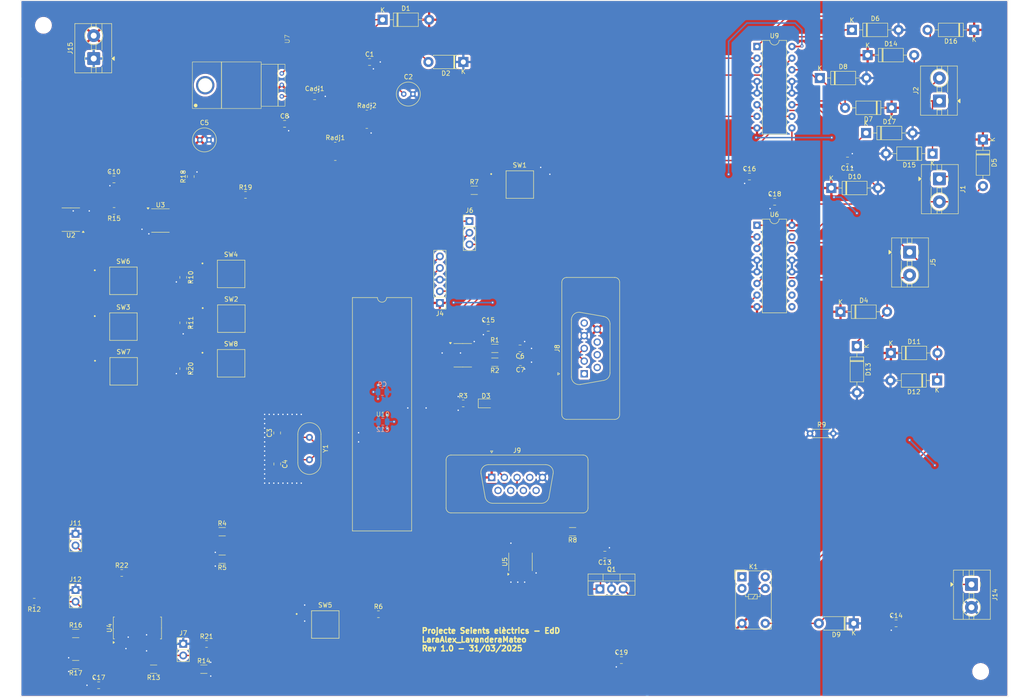
<source format=kicad_pcb>
(kicad_pcb (version 20240108) (generator "pcbnew") (generator_version "8.0")
  (layers (0 "F.Cu" signal) (31 "B.Cu" signal) (34 "B.Paste" user) (35 "F.Paste" user) (36 "B.SilkS" user "B.Silkscreen") (37 "F.SilkS" user "F.Silkscreen") (38 "B.Mask" user) (39 "F.Mask" user) (44 "Edge.Cuts" user))
  (net 0 "")
  (net 1 "GND")
  (net 2 "Net-(D1-K)")
  (net 3 "Net-(U10-OSC1{slash}CLKI{slash}RA7)")
  (net 4 "Net-(U10-OSC2{slash}CLKO{slash}RA6)")
  (net 5 "+5V")
  (net 6 "Net-(C6-Pad2)")
  (net 7 "Net-(C7-Pad2)")
  (net 8 "Net-(U3A-+)")
  (net 9 "VBAT")
  (net 10 "GNDPWR")
  (net 11 "ACTIVACIO_RELE")
  (net 12 "Net-(U7-ADJ{slash}GND)")
  (net 13 "Net-(D3-K)")
  (net 14 "Net-(D13-K)")
  (net 15 "Net-(D17-K)")
  (net 16 "Net-(D16-A)")
  (net 17 "Net-(D15-K)")
  (net 18 "Net-(D14-A)")
  (net 19 "Net-(D9-A2)")
  (net 20 "Net-(D11-A)")
  (net 21 "PGD")
  (net 22 "PGC")
  (net 23 "PROG_MCLR")
  (net 24 "Net-(J6-Pin_3)")
  (net 25 "Net-(J7-Pin_2)")
  (net 31 "Net-(U10-CK{slash}TX{slash}RC6)")
  (net 35 "Net-(U10-DT{slash}RX{slash}RC7)")
  (net 38 "Net-(J11-Pin_2)")
  (net 39 "Net-(J12-Pin_2)")
  (net 40 "Net-(Q1-C)")
  (net 41 "Net-(R4-Pad2)")
  (net 42 "CINT_OUT")
  (net 43 "SDA")
  (net 44 "M1_BOT")
  (net 45 "M3_BOT")
  (net 46 "Net-(R13-Pad2)")
  (net 47 "Net-(U2-V_{OUT})")
  (net 48 "Net-(R16-Pad2)")
  (net 49 "Net-(U3A--)")
  (net 50 "ANALOGIC_OUT")
  (net 51 "M2_BOT")
  (net 57 "OUT_FC2")
  (net 58 "OUT_FC3")
  (net 59 "SCL")
  (net 60 "M3_IN2")
  (net 62 "PWM")
  (net 64 "M3_IN1")
  (net 68 "M2_IN2")
  (net 69 "M1_IN1")
  (net 70 "M1_IN2")
  (net 71 "M2_IN1")
  (net 74 "OUT_FC1")
  (net 81 "Net-(J6-Pin_1)")
  (net 84 "Net-(TJA1051T1-TXD)")
  (net 85 "Net-(TJA1051T1-RXD)")
  (net 87 "Net-(TJA1051T1-CAN-)")
  (net 88 "Net-(TJA1051T1-CAN+)")
  (footprint "Resistor_SMD:R_1206_3216Metric" (layer "F.Cu") (at 73 160.5)
    (property "Reference" "R14")
    (property "Value" "10k")
  )
  (footprint "TerminalBlock:TerminalBlock_MaiXu_MX126-5.0-02P_1x02_P5.00mm" (layer "F.Cu") (at 240.5 142 -90)
    (property "Reference" "J14")
    (property "Value" "Screw_Terminal_01x02")
  )
  (footprint "Capacitor_THT:C_Radial_D5.0mm_H5.0mm_P2.00mm" (layer "F.Cu") (at 72.12 45)
    (property "Reference" "C5")
    (property "Value" "1uF")
  )
  (footprint "Connector_Dsub:DSUB-9_Male_Vertical_P2.77x2.84mm" (layer "F.Cu") (at 156 96.04 90)
    (property "Reference" "J8")
    (property "Value" "DE9_Plug")
  )
  (footprint "Capacitor_SMD:C_0805_2012Metric" (layer "F.Cu") (at 142.05 93.5 180)
    (property "Reference" "C7")
    (property "Value" "47n")
  )
  (footprint "Mis_huellas:SW_2-1437565-7" (layer "F.Cu") (at 99.5 150.75)
    (property "Reference" "SW5")
    (property "Value" "SW_Push")
  )
  (footprint "Diode_THT:D_DO-41_SOD81_P7.62mm_Horizontal" (layer "F.Cu") (at 129.62 28 180)
    (property "Reference" "D2")
    (property "Value" "D_TVS")
  )
  (footprint "Capacitor_SMD:C_0805_2012Metric" (layer "F.Cu") (at 213.45 49.5 180)
    (property "Reference" "C11")
    (property "Value" "47n")
  )
  (footprint "Package_DIP:DIP-16_W7.62mm" (layer "F.Cu") (at 193.7 63.625)
    (property "Reference" "U6")
    (property "Value" "L293D")
  )
  (footprint "Connector_PinHeader_2.54mm:PinHeader_1x02_P2.54mm_Vertical" (layer "F.Cu") (at 45 130.96)
    (property "Reference" "J11")
    (property "Value" "Conn_01x02")
  )
  (footprint "Diode_THT:D_DO-41_SOD81_P10.16mm_Horizontal" (layer "F.Cu") (at 233 97.5 180)
    (property "Reference" "D12")
    (property "Value" "1N5819")
  )
  (footprint "Resistor_SMD:R_1206_3216Metric" (layer "F.Cu") (at 153.4625 130.5 180)
    (property "Reference" "R8")
    (property "Value" "2k")
  )
  (footprint "Resistor_SMD:R_0805_2012Metric" (layer "F.Cu") (at 70.14 53 90)
    (property "Reference" "R18")
    (property "Value" "1k")
  )
  (footprint "Connector_PinHeader_2.54mm:PinHeader_1x02_P2.54mm_Vertical" (layer "F.Cu") (at 45 143.225)
    (property "Reference" "J12")
    (property "Value" "Conn_01x02")
  )
  (footprint "Diode_THT:D_DO-41_SOD81_P10.16mm_Horizontal" (layer "F.Cu") (at 112 18.78)
    (property "Reference" "D1")
    (property "Value" "1N4002")
  )
  (footprint "Capacitor_SMD:C_0805_2012Metric" (layer "F.Cu") (at 224.05 150.5)
    (property "Reference" "C14")
    (property "Value" "33n")
  )
  (footprint "Capacitor_SMD:C_0805_2012Metric" (layer "F.Cu") (at 109.17 28)
    (property "Reference" "C1")
    (property "Value" "100nF")
  )
  (footprint "Resistor_SMD:R_1206_3216Metric" (layer "F.Cu") (at 77 136.5 180)
    (property "Reference" "R5")
    (property "Value" "10k")
  )
  (footprint "Package_DIP:DIP-16_W7.62mm" (layer "F.Cu") (at 193.7 24.625)
    (property "Reference" "U9")
    (property "Value" "L293D")
  )
  (footprint "Resistor_SMD:R_1206_3216Metric" (layer "F.Cu") (at 45.0375 152.71)
    (property "Reference" "R16")
    (property "Value" "10k")
  )
  (footprint "Diode_THT:D_DO-41_SOD81_P10.16mm_Horizontal" (layer "F.Cu") (at 217.84 26.5)
    (property "Reference" "D14")
    (property "Value" "1N5819")
  )
  (footprint "Resistor_SMD:R_0805_2012Metric" (layer "F.Cu") (at 53.4125 60.5 180)
    (property "Reference" "R15")
    (property "Value" "10k")
  )
  (footprint "Resistor_SMD:R_1206_3216Metric" (layer "F.Cu") (at 136.5 90.5)
    (property "Reference" "R1")
    (property "Value" "120")
  )
  (footprint "Resistor_SMD:R_0815_2038Metric" (layer "F.Cu") (at 108.5575 40.5)
    (property "Reference" "Radj2")
    (property "Value" "270")
  )
  (footprint "Mis_huellas:SW_2-1437565-7" (layer "F.Cu") (at 55.45 85.75)
    (property "Reference" "SW3")
    (property "Value" "SW_Push")
  )
  (footprint "Resistor_SMD:R_0805_2012Metric" (layer "F.Cu") (at 111.0875 148.5)
    (property "Reference" "R6")
    (property "Value" "10k")
  )
  (footprint "Mis_huellas:DIP-40_W15.24mm_SMD" (layer "F.Cu") (at 112.06 105.365)
    (property "Reference" "U10")
    (property "Value" "PIC18F4580-IP")
  )
  (footprint "Diode_THT:D_DO-41_SOD81_P7.62mm_Horizontal" (layer "F.Cu") (at 214.81 150.5 180)
    (property "Reference" "D9")
    (property "Value" "D_TVS")
  )
  (footprint "Diode_THT:D_DO-41_SOD81_P10.16mm_Horizontal" (layer "F.Cu") (at 232 48 180)
    (property "Reference" "D15")
    (property "Value" "1N5819")
  )
  (footprint "Connector_PinHeader_2.54mm:PinHeader_1x02_P2.54mm_Vertical" (layer "F.Cu") (at 68.5 154.96)
    (property "Reference" "J7")
    (property "Value" "Conn_01x02")
  )
  (footprint "Capacitor_SMD:C_0805_2012Metric" (layer "F.Cu") (at 50.05 164)
    (property "Reference" "C17")
    (property "Value" "100n")
  )
  (footprint "Capacitor_SMD:C_0805_2012Metric" (layer "F.Cu") (at 89 108.95 90)
    (property "Reference" "C3")
    (property "Value" "35pF")
  )
  (footprint "Capacitor_SMD:C_0805_2012Metric" (layer "F.Cu") (at 90.62 41.5)
    (property "Reference" "C8")
    (property "Value" "100nF")
  )
  (footprint "Diode_THT:D_DO-41_SOD81_P10.16mm_Horizontal" (layer "F.Cu") (at 215.5 90 -90)
    (property "Reference" "D13")
    (property "Value" "1N5819")
  )
  (footprint "Resistor_SMD:R_0805_2012Metric" (layer "F.Cu") (at 35.9845 145.769948 180)
    (property "Reference" "R12")
    (property "Value" "10k")
  )
  (footprint "Mis_huellas:SW_2-1437565-7" (layer "F.Cu") (at 79 84)
    (property "Reference" "SW2")
    (property "Value" "SW_Push")
  )
  (footprint "Resistor_SMD:R_0805_2012Metric" (layer "F.Cu") (at 68.5 75 -90)
    (property "Reference" "R10")
    (property "Value" "10k")
  )
  (footprint "TerminalBlock:TerminalBlock_MaiXu_MX126-5.0-02P_1x02_P5.00mm" (layer "F.Cu") (at 233.5 36.5 90)
    (property "Reference" "J2")
    (property "Value" "Screw_Terminal_01x02")
  )
  (footprint "Capacitor_SMD:C_0805_2012Metric" (layer "F.Cu") (at 164.1075 158.52)
    (property "Reference" "C19")
    (property "Value" "100n")
  )
  (footprint "Resistor_SMD:R_0805_2012Metric" (layer "F.Cu") (at 73.5875 155)
    (property "Reference" "R21")
    (property "Value" "10k")
  )
  (footprint "Resistor_SMD:R_1206_3216Metric" (layer "F.Cu") (at 62.0375 160.5 180)
    (property "Reference" "R13")
    (property "Value" "10k")
  )
  (footprint "Capacitor_SMD:C_0805_2012Metric" (layer "F.Cu") (at 192.05 53)
    (property "Reference" "C16")
    (property "Value" "100n")
  )
  (footprint "Capacitor_SMD:C_0805_2012Metric" (layer "F.Cu") (at 97.17 35.5)
    (property "Reference" "Cadj1")
    (property "Value" "10uF")
  )
  (footprint "Diode_THT:D_DO-41_SOD81_P10.16mm_Horizontal" (layer "F.Cu") (at 241.08 21 180)
    (property "Reference" "D16")
    (property "Value" "1N5819")
  )
  (footprint "Resistor_SMD:R_0805_2012Metric" (layer "F.Cu") (at 129.5875 102.5)
    (property "Reference" "R3")
    (property "Value" "150")
  )
  (footprint "TerminalBlock:TerminalBlock_MaiXu_MX126-5.0-02P_1x02_P5.00mm" (layer "F.Cu") (at 48.9675 27.25 90)
    (property "Reference" "J15")
    (property "Value" "Screw_Terminal_01x02")
  )
  (footprint "Mis_huellas:SW_2-1437565-7" (layer "F.Cu") (at 55.5 95.5)
    (property "Reference" "SW7")
    (property "Value" "SW_Push")
  )
  (footprint "Package_SO:SOIC-8_3.9x4.9mm_P1.27mm" (layer "F.Cu") (at 129.5 92)
    (property "Reference" "TJA1051T1" (hide yes))
    (property "Value" "U1")
  )
  (footprint "Capacitor_SMD:C_0805_2012Metric" (layer "F.Cu") (at 160.5 135.5 180)
    (property "Reference" "C13")
    (property "Value" "47n")
  )
  (footprint "Diode_THT:D_DO-41_SOD81_P10.16mm_Horizontal" (layer "F.Cu") (at 243 44.92 -90)
    (property "Reference" "D5")
    (property "Value" "1N5819")
  )
  (footprint "Capacitor_SMD:C_0805_2012Metric" (layer "F.Cu") (at 53.383562 53.624569)
    (property "Reference" "C10")
    (property "Value" "100n")
  )
  (footprint "Capacitor_SMD:C_0805_2012Metric" (layer "F.Cu") (at 142 90.5 180)
    (property "Reference" "C6")
    (property "Value" "47n")
  )
  (footprint "Mis_huellas:SW_2-1437565-7" (layer "F.Cu") (at 55.45 75.75)
    (property "Reference" "SW6")
    (property "Value" "SW_Push")
  )
  (footprint "Connector_Dsub:DSUB-9_Male_Vertical_P2.77x2.84mm" (layer "F.Cu") (at 135.805 118.66)
    (property "Reference" "J9")
    (property "Value" "DE9_Plug")
  )
  (footprint "Resistor_SMD:R_1206_3216Metric" (layer "F.Cu") (at 132 56)
    (property "Reference" "R7")
    (property "Value" "300")
  )
  (footprint "Package_SO:SOIC-8_3.9x4.9mm_P1.27mm" (layer "F.Cu") (at 63.525 62.595)
    (property "Reference" "U3")
    (property "Value" "LT6234")
  )
  (footprint "Connector_PinHeader_2.54mm:PinHeader_1x05_P2.54mm_Vertical" (layer "F.Cu") (at 124.5 80.575 180)
    (property "Reference" "J4")
    (property "Value" "Conn_01x05")
  )
  (footprint "MountingHole:MountingHole_3.2mm_M3" (layer "F.Cu") (at 38 20)
    (property "Reference" "REF**")
    (property "Value" "MountingHole_3.2mm_M3")
  )
  (footprint "Capacitor_SMD:C_0805_2012Metric" (layer "F.Cu") (at 135.05 86)
    (property "Reference" "C15")
    (property "Value" "100n")
  )
  (footprint "Package_SO:SO-8_3.9x4.9mm_P1.27mm" (layer "F.Cu") (at 142.095 137.075 90)
    (property "Reference" "U5")
    (property "Value" "24LC512")
  )
  (footprint "Connector_PinHeader_2.54mm:PinHeader_1x03_P2.54mm_Vertical" (layer "F.Cu") (at 130.95 62.725)
    (property "Reference" "J6")
    (property "Value" "Conn_01x03")
  )
  (footprint "Mis_huellas:HuellaDis" (layer "F.Cu") (at 92.21 32.991157 90)
    (property "Reference" "U7")
    (property "Value" "LD1086V-DG")
  )
  (footprint "Diode_THT:D_DO-41_SOD81_P10.16mm_Horizontal" (layer "F.Cu") (at 209.92 55.5)
    (property "Reference" "D10")
    (property "Value" "1N4007")
  )
  (footprint "Diode_THT:D_DO-41_SOD81_P10.16mm_Horizontal" (layer "F.Cu") (at 222.92 91.5)
    (property "Reference" "D11")
    (property "Value" "1N5819")
  )
  (footprint "MountingHole:MountingHole_3.2mm_M3" (layer "F.Cu") (at 242.5 161)
    (property "Reference" "REF**")
    (property "Value" "MountingHole_3.2mm_M3")
  )
  (footprint "Diode_THT:D_DO-41_SOD81_P10.16mm_Horizontal" (layer "F.Cu") (at 223.08 38 180)
    (property "Reference" "D7")
    (property "Value" "1N5819")
  )
  (footprint "Mis_huellas:SW_2-1437565-7" (layer "F.Cu") (at 141.95 54.75)
    (property "Reference" "SW1")
    (property "Value" "SW_Push")
  )
  (footprint "Capacitor_SMD:C_0805_2012Metric" (layer "F.Cu") (at 89.017929 115.728641 -90)
    (property "Reference" "C4")
    (property "Value" "35pF")
  )
  (footprint "Resistor_THT:R_Axial_DIN0204_L3.6mm_D1.6mm_P5.08mm_Horizontal" (layer "F.Cu") (at 205.270335 109.069602)
    (property "Reference" "R9")
    (property "Value" "0")
  )
  (footprint "TerminalBlock:TerminalBlock_MaiXu_MX126-5.0-02P_1x02_P5.00mm" (layer "F.Cu") (at 233.5 53.5 -90)
    (property "Reference" "J1")
    (property "Value" "Screw_Terminal_01x02")
  )
  (footprint "Resistor_SMD:R_0805_2012Metric" (layer "F.Cu") (at 82.0875 57)
    (property "Reference" "R19")
    (property "Value" "9k")
  )
  (footprint "Resistor_SMD:R_0815_2038Metric" (layer "F.Cu") (at 101.6825 47.5)
    (property "Reference" "Radj1")
    (property "Value" "121")
  )
  (footprint "Resistor_SMD:R_1206_3216Metric" (layer "F.Cu") (at 136.5 93.5 180)
    (property "Reference" "R2")
    (property "Value" "120")
  )
  (footprint "Capacitor_SMD:C_0805_2012Metric" (layer "F.Cu") (at 197.55 58.5)
    (property "Reference" "C18")
    (property "Value" "100n")
  )
  (footprint "Capacitor_THT:C_Radial_D5.0mm_H5.0mm_P2.00mm" (layer "F.Cu") (at 116.62 35)
    (property "Reference" "C2")
    (property "Value" "1uF")
  )
  (footprint "Mis_huellas:SW_2-1437565-7" (layer "F.Cu") (at 78.95 74.25)
    (property "Reference" "SW4")
    (property "Value" "SW_Push")
  )
  (footprint "Package_SO:SOIC-16_4.55x10.3mm_P1.27mm" (layer "F.Cu") (at 58.5 151.5 90)
    (property "Reference" "U4")
    (property "Value" "LT1721")
  )
  (footprint "Diode_THT:D_DO-41_SOD81_P10.16mm_Horizontal" (layer "F.Cu") (at 211.92 82.5)
    (property "Reference" "D4")
    (property "Value" "1N5819")
  )
  (footprint "Mis_huellas:SW_2-1437565-7" (layer "F.Cu") (at 78.95 93.75)
    (property "Reference" "SW8")
    (property "Value" "SW_Push")
  )
  (footprint "TerminalBlock:TerminalBlock_MaiXu_MX126-5.0-02P_1x02_P5.00mm" (layer "F.Cu") (at 227 69.5 -90)
    (property "Reference" "J5")
    (property "Value" "Screw_Terminal_01x02")
  )
  (footprint "Package_SO:SOIC-8_3.9x4.9mm_P1.27mm" (layer "F.Cu") (at 43.975 62.405 180)
    (property "Reference" "U2")
    (property "Value" "LM35-D")
  )
  (footprint "Diode_THT:D_DO-41_SOD81_P10.16mm_Horizontal" (layer "F.Cu") (at 207.42 31.5)
    (property "Reference" "D8")
    (property "Value" "1N5819")
  )
  (footprint "Resistor_SMD:R_0805_2012Metric" (layer "F.Cu") (at 68.5 94.9125 -90)
    (property "Reference" "R20")
    (property "Value" "10k")
  )
  (footprint "Relay_THT:Relay_SPDT_Omron_G5V-1" (layer "F.Cu") (at 190.42 140.34)
    (property "Reference" "K1")
    (property "Value" "Relay_SPDT")
  )
  (footprint "Resistor_SMD:R_0805_2012Metric" (layer "F.Cu") (at 68.5 84.9125 -90)
    (property "Reference" "R11")
    (property "Value" "10k")
  )
  (footprint "LED_SMD:LED_0805_2012Metric" (layer "F.Cu") (at 134.5625 102.5)
    (property "Reference" "D3")
    (property "Value" "LED")
  )
  (footprint "Resistor_SMD:R_1206_3216Metric" (layer "F.Cu") (at 45.0375 159.5 180)
    (property "Reference" "R17")
    (property "Value" "10k")
  )
  (footprint "Resistor_SMD:R_0805_2012Metric" (layer "F.Cu") (at 55.0875 139.5)
    (property "Reference" "R22")
    (property "Value" "10k")
  )
  (footprint "Crystal:Crystal_HC49-U_Vertical" (layer "F.Cu") (at 96.034112 109.90673 -90)
    (property "Reference" "Y1")
    (property "Value" "Crystal")
  )
  (footprint "Diode_THT:D_DO-41_SOD81_P10.16mm_Horizontal" (layer "F.Cu") (at 214.42 21)
    (property "Reference" "D6")
    (property "Value" "1N5819")
  )
  (footprint "Diode_THT:D_DO-41_SOD81_P10.16mm_Horizontal" (layer "F.Cu") (at 217.5 43.5)
    (property "Reference" "D17")
    (property "Value" "1N5819")
  )
  (footprint "Resistor_SMD:R_1206_3216Metric" (layer "F.Cu") (at 77 130.5)
    (property "Reference" "R4")
    (property "Value" "10k")
  )
  (footprint "Package_TO_SOT_THT:TO-220-3_Vertical" (layer "F.Cu") (at 159.42 143)
    (property "Reference" "Q1")
    (property "Value" "DTC144E")
  )
  (footprint "Capacitor_SMD:C_0805_2012Metric" (layer "B.Cu") (at 111.95 100 180)
    (property "Reference" "C9")
    (property "Value" "100n")
  )
  (footprint "Capacitor_SMD:C_0805_2012Metric" (layer "B.Cu") (at 112.05 106.5)
    (property "Reference" "C12")
    (property "Value" "100n")
  )
  (gr_rect (start 33 14.5) (end 248.5 166.5) (stroke (width 0.05)) (fill none) (layer "Edge.Cuts"))
  (gr_text_box "Projecte Seients elèctrics - EdD\nLaraAlex_LavanderaMateo\nRev 1.0 - 31/03/2025" (start 119.5 150.5) (end 153.5 162) (layer "F.SilkS") (effects (font (size 1.2 1.2) (thickness 0.3) (bold yes)) (justify left top)) (border yes))
  (segment (start 117.64 103.64) (end 117.5 103.5) (width 0.3) (layer "F.Cu") (net 1))
  (segment (start 70.14 52.0875) (end 71.4125 52.0875) (width 0.3) (layer "F.Cu") (net 1))
  (segment (start 56.595 154.75) (end 56.595 153.595) (width 0.3) (layer "F.Cu") (net 1))
  (segment (start 196.6 58.5) (end 196.6 59.95) (width 0.3) (layer "F.Cu") (net 1))
  (segment (start 75.5375 135.0375) (end 75.5 135) (width 0.3) (layer "F.Cu") (net 1))
  (segment (start 140.19 141.31) (end 140 141.5) (width 0.3) (layer "F.Cu") (net 1))
  (segment (start 104.26 108.72) (end 106.58 108.72) (width 0.3) (layer "F.Cu") (net 1))
  (segment (start 128.675 102.5) (end 128.675 103.825) (width 0.3) (layer "F.Cu") (net 1))
  (segment (start 67.175 95.825) (end 67 96) (width 0.3) (layer "F.Cu") (net 1))
  (segment (start 131.975 90.095) (end 131.975 89.025) (width 0.3) (layer "F.Cu") (net 1))
  (segment (start 109.495 40.5) (end 109.495 37.505) (width 0.3) (layer "F.Cu") (net 1))
  (segment (start 49.1 164) (end 47.5 164) (width 0.3) (layer "F.Cu") (net 1))
  (segment (start 161.45 135.5) (end 161.45 136.95) (width 0.3) (layer "F.Cu") (net 1))
  (segment (start 98.12 35.5) (end 99.5 35.5) (width 0.3) (layer "F.Cu") (net 1))
  (segment (start 134.1 87.4) (end 134 87.5) (width 0.3) (layer "F.Cu") (net 1))
  (segment (start 60.405 154.75) (end 60.405 153.095) (width 0.3) (layer "F.Cu") (net 1))
  (segment (start 94.95 149.95) (end 95 150) (width 0.3) (layer "F.Cu") (net 1))
  (segment (start 146.5 52.5) (end 146.5 51) (width 0.3) (layer "F.Cu") (net 1))
  (segment (start 46.45 60.5) (end 44.5 60.5) (width 0.3) (layer "F.Cu") (net 1))
  (segment (start 91.57 41.5) (end 91.57 42.93) (width 0.3) (layer "F.Cu") (net 1))
  (segment (start 141.46 141.46) (end 141.5 141.5) (width 0.3) (layer "F.Cu") (net 1))
  (segment (start 110.12 28) (end 111.5 28) (width 0.3) (layer "F.Cu") (net 1))
  (segment (start 75.5375 136.5) (end 75.5375 137.9625) (width 0.3) (layer "F.Cu") (net 1))
  (segment (start 126.970432 91.470432) (end 127 91.5) (width 0.3) (layer "F.Cu") (net 1))
  (segment (start 140.19 139.65) (end 140.19 141.31) (width 0.3) (layer "F.Cu") (net 1))
  (segment (start 142.95 90.5) (end 144.5 90.5) (width 0.3) (layer "F.Cu") (net 1))
  (segment (start 70.14 52.0875) (end 68.5875 52.0875) (width 0.3) (layer "F.Cu") (net 1))
  (segment (start 74.4625 161.9625) (end 74.5 162) (width 0.3) (layer "F.Cu") (net 1))
  (segment (start 74.4625 160.5) (end 74.4625 159.0375) (width 0.3) (layer "F.Cu") (net 1))
  (segment (start 91.57 40.07) (end 91.5 40) (width 0.3) (layer "F.Cu") (net 1))
  (segment (start 60.405 156.405) (end 60.5 156.5) (width 0.3) (layer "F.Cu") (net 1))
  (segment (start 110.12 28) (end 110.12 29.38) (width 0.3) (layer "F.Cu") (net 1))
  (segment (start 119.5 103.64) (end 117.64 103.64) (width 0.3) (layer "F.Cu") (net 1))
  (segment (start 163.1575 157.1575) (end 163 157) (width 0.3) (layer "F.Cu") (net 1))
  (segment (start 140.834999 133) (end 140 133) (width 0.3) (layer "F.Cu") (net 1))
  (segment (start 142.73 141.23) (end 143 141.5) (width 0.3) (layer "F.Cu") (net 1))
  (segment (start 69.825 95.825) (end 70 96) (width 0.3) (layer "F.Cu") (net 1))
  (segment (start 109.495 43.495) (end 109.5 43.5) (width 0.3) (layer "F.Cu") (net 1))
  (segment (start 121.36 103.64) (end 121.5 103.5) (width 0.3) (layer "F.Cu") (net 1))
  (segment (start 56 155.345) (end 56 156) (width 0.3) (layer "F.Cu") (net 1))
  (segment (start 52.433562 53.624569) (end 52.433562 52.066438) (width 0.3) (layer "F.Cu") (net 1))
  (segment (start 128.675 102.5) (end 128.675 101.175) (width 0.3) (layer "F.Cu") (net 1))
  (segment (start 91.57 41.5) (end 91.57 40.07) (width 0.3) (layer "F.Cu") (net 1))
  (segment (start 127.025 91.365) (end 128.865 91.365) (width 0.3) (layer "F.Cu") (net 1))
  (segment (start 94.95 146.55) (end 95 146.5) (width 0.3) (layer "F.Cu") (net 1))
  (segment (start 86.36 108) (end 86.26 107.9) (width 0.3) (layer "F.Cu") (net 1))
  (segment (start 196.6 58.5) (end 196.6 57.05) (width 0.3) (layer "F.Cu") (net 1))
  (segment (start 94.95 148.5) (end 94.95 146.55) (width 0.3) (layer "F.Cu") (net 1))
  (segment (start 128.865 91.365) (end 129 91.5) (width 0.3) (layer "F.Cu") (net 1))
  (segment (start 68.5 85.825) (end 70 85.825) (width 0.3) (layer "F.Cu") (net 1))
  (segment (start 43.575 159.5) (end 43.575 158.075) (width 0.3) (layer "F.Cu") (net 1))
  (segment (start 75.5375 137.9625) (end 75.5 138) (width 0.3) (layer "F.Cu") (net 1))
  (segment (start 141.46 139.65) (end 141.46 141.46) (width 0.3) (layer "F.Cu") (net 1))
  (segment (start 161.45 136.95) (end 161.5 137) (width 0.3) (layer "F.Cu") (net 1))
  (segment (start 109.495 40.5) (end 109.495 43.495) (width 0.3) (layer "F.Cu") (net 1))
  (segment (start 110.12 29.38) (end 110 29.5) (width 0.3) (layer "F.Cu") (net 1))
  (segment (start 142.73 139.65) (end 142.73 141.23) (width 0.3) (layer "F.Cu") (net 1))
  (segment (start 142.95 89.05) (end 143 89) (width 0.3) (layer "F.Cu") (net 1))
  (segment (start 126.96 91.46) (end 127 91.5) (width 0.3) (layer "F.Cu") (net 1))
  (segment (start 134.1 86) (end 134.1 84.6) (width 0.3) (layer "F.Cu") (net 1))
  (segment (start 52.433562 54.933562) (end 52.5 55) (width 0.3) (layer "F.Cu") (net 1))
  (segment (start 89.017929 116.678641) (end 86.481359 116.678641) (width 0.3) (layer "F.Cu") (net 1))
  (segment (start 161.45 134.05) (end 161.5 134) (width 0.3) (layer "F.Cu") (net 1))
  (segment (start 98.12 35.5) (end 98.12 34.12) (width 0.3) (layer "F.Cu") (net 1))
  (segment (start 68.5 76) (end 67 76) (width 0.3) (layer "F.Cu") (net 1))
  (segment (start 144 139.65) (end 145.35 139.65) (width 0.3) (layer "F.Cu") (net 1))
  (segment (start 141.46 133.625001) (end 140.834999 133) (width 0.3) (layer "F.Cu") (net 1))
  (segment (start 161.45 135.5) (end 161.45 134.05) (width 0.3) (layer "F.Cu") (net 1))
  (segment (start 56.595 154.75) (end 56 155.345) (width 0.3) (layer "F.Cu") (net 1))
  (segment (start 143 93.5) (end 144.5 93.5) (width 0.3) (layer "F.Cu") (net 1))
  (segment (start 86.481359 116.678641) (end 86.26 116.9) (width 0.3) (layer "F.Cu") (net 1))
  (segment (start 91.57 42.93) (end 91.5 43) (width 0.3) (layer "F.Cu") (net 1))
  (segment (start 128.675 101.175) (end 128.5 101) (width 0.3) (layer "F.Cu") (net 1))
  (segment (start 71.4125 52.0875) (end 71.5 52) (width 0.3) (layer "F.Cu") (net 1))
  (segment (start 68.5 95.825) (end 67.175 95.825) (width 0.3) (layer "F.Cu") (net 1))
  (segment (start 109.495 37.505) (end 109.5 37.5) (width 0.3) (layer "F.Cu") (net 1))
  (segment (start 141.46 134.5) (end 141.46 133.625001) (width 0.3) (layer "F.Cu") (net 1))
  (segment (start 61.05 65.45) (end 61 65.5) (width 0.3) (layer "F.Cu") (net 1))
  (segment (start 145.35 139.65) (end 145.5 139.5) (width 0.3) (layer "F.Cu") (net 1))
  (segment (start 143 93.5) (end 143 95) (width 0.3) (layer "F.Cu") (net 1))
  (segment (start 56.595 153.595) (end 56.5 153.5) (width 0.3) (layer "F.Cu") (net 1))
  (segment (start 196.6 59.95) (end 196.55 60) (width 0.3) (layer "F.Cu") (net 1))
  (segment (start 46.45 60.5) (end 48 60.5) (width 0.3) (layer "F.Cu") (net 1))
  (segment (start 43.575 160.925) (end 43.5 161) (width 0.3) (layer "F.Cu") (net 1))
  (segment (start 131.975 89.025) (end 132 89) (width 0.3) (layer "F.Cu") (net 1))
  (segment (start 61.05 64.5) (end 59.5 64.5) (width 0.3) (layer "F.Cu") (net 1))
  (segment (start 98.12 34.12) (end 98 34) (width 0.3) (layer "F.Cu") (net 1))
  (segment (start 125.135 91.365) (end 125 91.5) (width 0.3) (layer "F.Cu") (net 1))
  (segment (start 163.1575 158.52) (end 163.1575 157.1575) (width 0.3) (layer "F.Cu") (net 1))
  (segment (start 163.1575 158.52) (end 163.1575 159.8425) (width 0.3) (layer "F.Cu") (net 1))
  (segment (start 60.405 153.095) (end 60.5 153) (width 0.3) (layer "F.Cu") (net 1))
  (segment (start 68.5 85.825) (end 68.5 87.325) (width 0.3) (layer "F.Cu") (net 1))
  (segment (start 128.675 103.825) (end 128.5 104) (width 0.3) (layer "F.Cu") (net 1))
  (segment (start 196.6 57.05) (end 196.55 57) (width 0.3) (layer "F.Cu") (net 1))
  (segment (start 43.575 158.075) (end 43.5 158) (width 0.3) (layer "F.Cu") (net 1))
  (segment (start 43.575 159.5) (end 43.575 160.925) (width 0.3) (layer "F.Cu") (net 1))
  (segment (start 106.58 108.72) (end 106.76 108.9) (width 0.3) (layer "F.Cu") (net 1))
  (segment (start 119.5 103.64) (end 121.36 103.64) (width 0.3) (layer "F.Cu") (net 1))
  (segment (start 163.1575 159.8425) (end 163 160) (width 0.3) (layer "F.Cu") (net 1))
  (segment (start 146.5 52.5) (end 148.5 52.5) (width 0.3) (layer "F.Cu") (net 1))
  (segment (start 74.4625 160.5) (end 74.4625 161.9625) (width 0.3) (layer "F.Cu") (net 1))
  (segment (start 127.025 91.365) (end 125.135 91.365) (width 0.3) (layer "F.Cu") (net 1))
  (segment (start 94.95 148.5) (end 94.95 149.95) (width 0.3) (layer "F.Cu") (net 1))
  (segment (start 49.1 162.6) (end 49 162.5) (width 0.3) (layer "F.Cu") (net 1))
  (segment (start 74.4625 159.0375) (end 74.5 159) (width 0.3) (layer "F.Cu") (net 1))
  (segment (start 134.1 86) (end 134.1 87.4) (width 0.3) (layer "F.Cu") (net 1))
  (segment (start 68.5 76) (end 70 76) (width 0.3) (layer "F.Cu") (net 1))
  (segment (start 52.433562 52.066438) (end 52.5 52) (width 0.3) (layer "F.Cu") (net 1))
  (segment (start 89 108) (end 86.36 108) (width 0.3) (layer "F.Cu") (net 1))
  (segment (start 134.1 84.6) (end 134 84.5) (width 0.3) (layer "F.Cu") (net 1))
  (segment (start 61.05 64.5) (end 61.05 65.45) (width 0.3) (layer "F.Cu") (net 1))
  (segment (start 60.405 154.75) (end 60.405 156.405) (width 0.3) (layer "F.Cu") (net 1))
  (segment (start 52.433562 53.624569) (end 52.433562 54.933562) (width 0.3) (layer "F.Cu") (net 1))
  (segment (start 142.95 90.5) (end 142.95 89.05) (width 0.3) (layer "F.Cu") (net 1))
  (segment (start 68.5875 52.0875) (end 68.5 52) (width 0.3) (layer "F.Cu") (net 1))
  (segment (start 49.1 164) (end 49.1 162.6) (width 0.3) (layer "F.Cu") (net 1))
  (segment (start 68.5 95.825) (end 69.825 95.825) (width 0.3) (layer "F.Cu") (net 1))
  (segment (start 75.5375 136.5) (end 75.5375 135.0375) (width 0.3) (layer "F.Cu") (net 1))
  (segment (start 191.1 51.6) (end 191 51.5) (width 0.3) (layer "F.Cu") (net 1))
  (segment (start 191.1 53) (end 191.1 54.4) (width 0.3) (layer "F.Cu") (net 1))
  (segment (start 191.1 54.4) (end 191 54.5) (width 0.3) (layer "F.Cu") (net 1))
  (segment (start 191.1 53) (end 191.1 51.6) (width 0.3) (layer "F.Cu") (net 1))
  (via (at 191 54.5) (size 0.7) (drill 0.3) (layers "F.Cu" "B.Cu") (net 1))
  (via (at 90.26 104.9) (size 0.7) (drill 0.3) (layers "F.Cu" "B.Cu") (net 1))
  (via (at 161.5 134) (size 0.7) (drill 0.3) (layers "F.Cu" "B.Cu") (net 1))
  (via (at 132 89) (size 0.7) (drill 0.3) (layers "F.Cu" "B.Cu") (net 1))
  (via (at 196.55 57) (size 0.7) (drill 0.3) (layers "F.Cu" "B.Cu") (net 1))
  (via (at 56.5 153.5) (size 0.7) (drill 0.3) (layers "F.Cu" "B.Cu") (net 1))
  (via (at 71.5 52) (size 0.7) (drill 0.3) (layers "F.Cu" "B.Cu") (net 1))
  (via (at 86.26 118.9) (size 0.7) (drill 0.3) (layers "F.Cu" "B.Cu") (net 1))
  (via (at 86.26 112.9) (size 0.7) (drill 0.3) (layers "F.Cu" "B.Cu") (net 1))
  (via (at 161.5 137) (size 0.7) (drill 0.3) (layers "F.Cu" "B.Cu") (net 1))
  (via (at 109.5 43.5) (size 0.7) (drill 0.3) (layers "F.Cu" "B.Cu") (net 1))
  (via (at 56 156) (size 0.7) (drill 0.3) (layers "F.Cu" "B.Cu") (net 1))
  (via (at 163 157) (size 0.7) (drill 0.3) (layers "F.Cu" "B.Cu") (net 1))
  (via (at 67 96) (size 0.7) (drill 0.3) (layers "F.Cu" "B.Cu") (net 1))
  (via (at 98 34) (size 0.7) (drill 0.3) (layers "F.Cu" "B.Cu") (net 1))
  (via (at 86.26 104.9) (size 0.7) (drill 0.3) (layers "F.Cu" "B.Cu") (net 1))
  (via (at 91.26 104.9) (size 0.7) (drill 0.3) (layers "F.Cu" "B.Cu") (net 1))
  (via (at 89.26 119.9) (size 0.7) (drill 0.3) (layers "F.Cu" "B.Cu") (net 1))
  (via (at 106.76 108.9) (size 0.7) (drill 0.3) (layers "F.Cu" "B.Cu") (net 1))
  (via (at 86.26 115.9) (size 0.7) (drill 0.3) (layers "F.Cu" "B.Cu") (net 1))
  (via (at 86.26 117.9) (size 0.7) (drill 0.3) (layers "F.Cu" "B.Cu") (net 1))
  (via (at 143 141.5) (size 0.7) (drill 0.3) (layers "F.Cu" "B.Cu") (net 1))
  (via (at 86.26 105.9) (size 0.7) (drill 0.3) (layers "F.Cu" "B.Cu") (net 1))
  (via (at 87.26 119.9) (size 0.7) (drill 0.3) (layers "F.Cu" "B.Cu") (net 1))
  (via (at 88.26 104.9) (size 0.7) (drill 0.3) (layers "F.Cu" "B.Cu") (net 1))
  (via (at 86.26 107.9) (size 0.7) (drill 0.3) (layers "F.Cu" "B.Cu") (net 1))
  (via (at 86.26 109.9) (size 0.7) (drill 0.3) (layers "F.Cu" "B.Cu") (net 1))
  (via (at 60.5 156.5) (size 0.7) (drill 0.3) (layers "F.Cu" "B.Cu") (net 1))
  (via (at 70 85.825) (size 0.7) (drill 0.3) (layers "F.Cu" "B.Cu") (net 1))
  (via (at 95 150) (size 0.7) (drill 0.3) (layers "F.Cu" "B.Cu") (net 1))
  (via (at 86.26 106.9) (size 0.7) (drill 0.3) (layers "F.Cu" "B.Cu") (net 1))
  (via (at 110 29.5) (size 0.7) (drill 0.3) (layers "F.Cu" "B.Cu") (net 1))
  (via (at 129 91.5) (size 0.7) (drill 0.3) (layers "F.Cu" "B.Cu") (net 1))
  (via (at 125 91.5) (size 0.7) (drill 0.3) (layers "F.Cu" "B.Cu") (net 1))
  (via (at 88.26 119.9) (size 0.7) (drill 0.3) (layers "F.Cu" "B.Cu") (net 1))
  (via (at 93.26 104.9) (size 0.7) (drill 0.3) (layers "F.Cu" "B.Cu") (net 1))
  (via (at 75.5 135) (size 0.7) (drill 0.3) (layers "F.Cu" "B.Cu") (net 1))
  (via (at 44.5 60.5) (size 0.7) (drill 0.3) (layers "F.Cu" "B.Cu") (net 1))
  (via (at 52.5 52) (size 0.7) (drill 0.3) (layers "F.Cu" "B.Cu") (net 1))
  (via (at 89.26 104.9) (size 0.7) (drill 0.3) (layers "F.Cu" "B.Cu") (net 1))
  (via (at 47.5 164) (size 0.7) (drill 0.3) (layers "F.Cu" "B.Cu") (net 1))
  (via (at 99.5 35.5) (size 0.7) (drill 0.3) (layers "F.Cu" "B.Cu") (net 1))
  (via (at 74.5 159) (size 0.7) (drill 0.3) (layers "F.Cu" "B.Cu") (net 1))
  (via (at 68.5 52) (size 0.7) (drill 0.3) (layers "F.Cu" "B.Cu") (net 1))
  (via (at 196.55 60) (size 0.7) (drill 0.3) (layers "F.Cu" "B.Cu") (net 1))
  (via (at 128.5 104) (size 0.7) (drill 0.3) (layers "F.Cu" "B.Cu") (net 1))
  (via (at 90.26 119.9) (size 0.7) (drill 0.3) (layers "F.Cu" "B.Cu") (net 1))
  (via (at 143 89) (size 0.7) (drill 0.3) (layers "F.Cu" "B.Cu") (net 1))
  (via (at 75.5 138) (size 0.7) (drill 0.3) (layers "F.Cu" "B.Cu") (net 1))
  (via (at 128.5 101) (size 0.7) (drill 0.3) (layers "F.Cu" "B.Cu") (net 1))
  (via (at 144.5 90.5) (size 0.7) (drill 0.3) (layers "F.Cu" "B.Cu") (net 1))
  (via (at 146.5 51) (size 0.7) (drill 0.3) (layers "F.Cu" "B.Cu") (net 1))
  (via (at 117.5 103.5) (size 0.7) (drill 0.3) (layers "F.Cu" "B.Cu") (net 1))
  (via (at 48 60.5) (size 0.7) (drill 0.3) (layers "F.Cu" "B.Cu") (net 1))
  (via (at 86.26 114.9) (size 0.7) (drill 0.3) (layers "F.Cu" "B.Cu") (net 1))
  (via (at 94.26 104.9) (size 0.7) (drill 0.3) (layers "F.Cu" "B.Cu") (net 1))
  (via (at 144.5 93.5) (size 0.7) (drill 0.3) (layers "F.Cu" "B.Cu") (net 1))
  (via (at 91.26 119.9) (size 0.7) (drill 0.3) (layers "F.Cu" "B.Cu") (net 1))
  (via (at 148.5 52.5) (size 0.7) (drill 0.3) (layers "F.Cu" "B.Cu") (net 1))
  (via (at 60.5 153) (size 0.7) (drill 0.3) (layers "F.Cu" "B.Cu") (net 1))
  (via (at 86.26 113.9) (size 0.7) (drill 0.3) (layers "F.Cu" "B.Cu") (net 1))
  (via (at 140 133) (size 0.7) (drill 0.3) (layers "F.Cu" "B.Cu") (net 1))
  (via (at 59.5 64.5) (size 0.7) (drill 0.3) (layers "F.Cu" "B.Cu") (net 1))
  (via (at 52.5 55) (size 0.7) (drill 0.3) (layers "F.Cu" "B.Cu") (net 1))
  (via (at 95 146.5) (size 0.7) (drill 0.3) (layers "F.Cu" "B.Cu") (net 1))
  (via (at 70 96) (size 0.7) (drill 0.3) (layers "F.Cu" "B.Cu") (net 1))
  (via (at 74.5 162) (size 0.7) (drill 0.3) (layers "F.Cu" "B.Cu") (net 1))
  (via (at 121.5 103.5) (size 0.7) (drill 0.3) (layers "F.Cu" "B.Cu") (net 1))
  (via (at 86.26 116.9) (size 0.7) (drill 0.3) (layers "F.Cu" "B.Cu") (net 1))
  (via (at 134 84.5) (size 0.7) (drill 0.3) (layers "F.Cu" "B.Cu") (net 1))
  (via (at 68.5 87.325) (size 0.7) (drill 0.3) (layers "F.Cu" "B.Cu") (net 1))
  (via (at 145.5 139.5) (size 0.7) (drill 0.3) (layers "F.Cu" "B.Cu") (net 1))
  (via (at 93.26 119.9) (size 0.7) (drill 0.3) (layers "F.Cu" "B.Cu") (net 1))
  (via (at 94.26 119.9) (size 0.7) (drill 0.3) (layers "F.Cu" "B.Cu") (net 1))
  (via (at 111.5 28) (size 0.7) (drill 0.3) (layers "F.Cu" "B.Cu") (net 1))
  (via (at 87.26 104.9) (size 0.7) (drill 0.3) (layers "F.Cu" "B.Cu") (net 1))
  (via (at 49 162.5) (size 0.7) (drill 0.3) (layers "F.Cu" "B.Cu") (net 1))
  (via (at 43.5 158) (size 0.7) (drill 0.3) (layers "F.Cu" "B.Cu") (net 1))
  (via (at 86.26 111.9) (size 0.7) (drill 0.3) (layers "F.Cu" "B.Cu") (net 1))
  (via (at 141.5 141.5) (size 0.7) (drill 0.3) (layers "F.Cu" "B.Cu") (net 1))
  (via (at 70 76) (size 0.7) (drill 0.3) (layers "F.Cu" "B.Cu") (net 1))
  (via (at 92.26 104.9) (size 0.7) (drill 0.3) (layers "F.Cu" "B.Cu") (net 1))
  (via (at 86.26 119.9) (size 0.7) (drill 0.3) (layers "F.Cu" "B.Cu") (net 1))
  (via (at 43.5 161) (size 0.7) (drill 0.3) (layers "F.Cu" "B.Cu") (net 1))
  (via (at 91.5 43) (size 0.7) (drill 0.3) (layers "F.Cu" "B.Cu") (net 1))
  (via (at 163 160) (size 0.7) (drill 0.3) (layers "F.Cu" "B.Cu") (net 1))
  (via (at 134 87.5) (size 0.7) (drill 0.3) (layers "F.Cu" "B.Cu") (net 1))
  (via (at 109.5 37.5) (size 0.7) (drill 0.3) (layers "F.Cu" "B.Cu") (net 1))
  (via (at 86.26 108.9) (size 0.7) (drill 0.3) (layers "F.Cu" "B.Cu") (net 1))
  (via (at 143 95) (size 0.7) (drill 0.3) (layers "F.Cu" "B.Cu") (net 1))
  (via (at 140 141.5) (size 0.7) (drill 0.3) (layers "F.Cu" "B.Cu") (net 1))
  (via (at 106.76 110.9) (size 0.7) (drill 0.3) (layers "F.Cu" "B.Cu") (net 1))
  (via (at 86.26 110.9) (size 0.7) (drill 0.3) (layers "F.Cu" "B.Cu") (net 1))
  (via (at 61 65.5) (size 0.7) (drill 0.3) (layers "F.Cu" "B.Cu") (net 1))
  (via (at 92.26 119.9) (size 0.7) (drill 0.3) (layers "F.Cu" "B.Cu") (net 1))
  (via (at 67 76) (size 0.7) (drill 0.3) (layers "F.Cu" "B.Cu") (net 1))
  (via (at 91.5 40) (size 0.7) (drill 0.3) (layers "F.Cu" "B.Cu") (net 1))
  (via (at 191 51.5) (size 0.7) (drill 0.3) (layers "F.Cu" "B.Cu") (net 1))
  (segment (start 67 76) (end 67.5 76) (width 0.3) (layer "B.Cu") (net 1))
  (segment (start 108.22 22.56) (end 112 18.78) (width 0.3) (layer "F.Cu") (net 2))
  (segment (start 108.22 25) (end 108.22 22.56) (width 0.3) (layer "F.Cu") (net 2))
  (segment (start 116.62 35) (end 114.12 32.5) (width 0.3) (layer "F.Cu") (net 2))
  (segment (start 114.12 25) (end 108.22 25) (width 0.3) (layer "F.Cu") (net 2))
  (segment (start 112 18.78) (end 102 18.78) (width 0.3) (layer "F.Cu") (net 2))
  (segment (start 90 30.5) (end 101.72 18.78) (width 0.3) (layer "F.Cu") (net 2))
  (segment (start 108.22 28) (end 108.22 25) (width 0.3) (layer "F.Cu") (net 2))
  (segment (start 122 28) (end 119 25) (width 0.3) (layer "F.Cu") (net 2))
  (segment (start 114.12 32.5) (end 114.12 25) (width 0.3) (layer "F.Cu") (net 2))
  (segment (start 101.72 18.78) (end 102 18.78) (width 0.3) (layer "F.Cu") (net 2))
  (segment (start 119 25) (end 114.12 25) (width 0.3) (layer "F.Cu") (net 2))
  (segment (start 96.034112 109.90673) (end 90.26673 109.90673) (width 0.3) (layer "F.Cu") (net 3))
  (segment (start 90.26673 109.90673) (end 90.26 109.9) (width 0.3) (layer "F.Cu") (net 3))
  (segment (start 97.387382 111.26) (end 104.26 111.26) (width 0.3) (layer "F.Cu") (net 3))
  (segment (start 96.034112 109.90673) (end 97.387382 111.26) (width 0.3) (layer "F.Cu") (net 3))
  (segment (start 89 109.9) (end 90.26 109.9) (width 0.3) (layer "F.Cu") (net 3))
  (segment (start 96.034112 114.78673) (end 96.221684 114.78673) (width 0.3) (layer "F.Cu") (net 4))
  (segment (start 96.034112 114.78673) (end 89.026018 114.78673) (width 0.3) (layer "F.Cu") (net 4))
  (segment (start 89.026018 114.78673) (end 89.017929 114.778641) (width 0.3) (layer "F.Cu") (net 4))
  (segment (start 97.208414 113.8) (end 104.26 113.8) (width 0.3) (layer "F.Cu") (net 4))
  (segment (start 96.221684 114.78673) (end 97.208414 113.8) (width 0.3) (layer "F.Cu") (net 4))
  (segment (start 127.425 80.575) (end 127.5 80.5) (width 0.3) (layer "F.Cu") (net 5))
  (segment (start 109.5 96.5) (end 110.5 95.5) (width 0.3) (layer "F.Cu") (net 5))
  (segment (start 112.5 97) (end 113 97) (width 0.3) (layer "F.Cu") (net 5))
  (segment (start 113 105) (end 111.5 103.5) (width 0.3) (layer "F.Cu") (net 5))
  (segment (start 111 101.5) (end 111.7 102.2) (width 0.3) (layer "F.Cu") (net 5))
  (segment (start 117.5 100) (end 118.4 100) (width 0.3) (layer "F.Cu") (net 5))
  (segment (start 113 95.5) (end 113 97) (width 0.3) (layer "F.Cu") (net 5))
  (segment (start 111 98.5) (end 112.5 97) (width 0.3) (layer "F.Cu") (net 5))
  (segment (start 111 110.5) (end 114.5 110.5) (width 0.3) (layer "F.Cu") (net 5))
  (segment (start 112 109) (end 111 109) (width 0.3) (layer "F.Cu") (net 5))
  (segment (start 110 100) (end 109.5 99.5) (width 0.3) (layer "F.Cu") (net 5))
  (segment (start 108.5 109) (end 108.5 103.5) (width 0.3) (layer "F.Cu") (net 5))
  (segment (start 106.94 103.5) (end 107.5 103.5) (width 0.3) (layer "F.Cu") (net 5))
  (segment (start 109.5 99.5) (end 109.5 96.5) (width 0.3) (layer "F.Cu") (net 5))
  (segment (start 110.5 95.5) (end 113 95.5) (width 0.3) (layer "F.Cu") (net 5))
  (segment (start 111.7 102.2) (end 114.3 102.2) (width 0.3) (layer "F.Cu") (net 5))
  (segment (start 111 109) (end 108.5 109) (width 0.3) (layer "F.Cu") (net 5))
  (segment (start 114.5 97) (end 117 99.5) (width 0.3) (layer "F.Cu") (net 5))
  (segment (start 124.5 80.575) (end 127.425 80.575) (width 0.3) (layer "F.Cu") (net 5))
  (segment (start 111.5 103.5) (end 108.5 103.5) (width 0.3) (layer "F.Cu") (net 5))
  (segment (start 108.5 103.5) (end 107.5 103.5) (width 0.3) (layer "F.Cu") (net 5))
  (segment (start 114.3 102.2) (end 117 99.5) (width 0.3) (layer "F.Cu") (net 5))
  (segment (start 111 109) (end 111 110.5) (width 0.3) (layer "F.Cu") (net 5))
  (segment (start 118.4 100) (end 119.5 101.1) (width 0.3) (layer "F.Cu") (net 5))
  (segment (start 114.5 110.5) (end 114.5 106.5) (width 0.3) (layer "F.Cu") (net 5))
  (segment (start 117 99.5) (end 117.5 100) (width 0.3) (layer "F.Cu") (net 5))
  (segment (start 113 108) (end 112 109) (width 0.3) (layer "F.Cu") (net 5))
  (segment (start 201.32 24.625) (end 203.375 24.625) (width 0.3) (layer "F.Cu") (net 5))
  (segment (start 113 97) (end 114.5 97) (width 0.3) (layer "F.Cu") (net 5))
  (segment (start 104.26 106.18) (end 106.94 103.5) (width 0.3) (layer "F.Cu") (net 5))
  (segment (start 203.375 24.625) (end 203.5 24.5) (width 0.3) (layer "F.Cu") (net 5))
  (via (at 114.5 106.5) (size 0.7) (drill 0.3) (layers "F.Cu" "B.Cu") (net 5))
  (via (at 127.5 80.5) (size 0.7) (drill 0.3) (layers "F.Cu" "B.Cu") (net 5))
  (via (at 187.5 52.5) (size 0.7) (drill 0.3) (layers "F.Cu" "B.Cu") (net 5))
  (via (at 111 98.5) (size 0.7) (drill 0.3) (layers "F.Cu" "B.Cu") (net 5))
  (via (at 113 108) (size 0.7) (drill 0.3) (layers "F.Cu" "B.Cu") (net 5))
  (via (at 136 80.5) (size 0.7) (drill 0.3) (layers "F.Cu" "B.Cu") (net 5))
  (via (at 110 100) (size 0.7) (drill 0.3) (layers "F.Cu" "B.Cu") (net 5))
  (via (at 113 105) (size 0.7) (drill 0.3) (layers "F.Cu" "B.Cu") (net 5))
  (via (at 203.5 24.5) (size 0.7) (drill 0.3) (layers "F.Cu" "B.Cu") (net 5))
  (via (at 111 101.5) (size 0.7) (drill 0.3) (layers "F.Cu" "B.Cu") (net 5))
  (segment (start 113 106.5) (end 114.5 106.5) (width 0.3) (layer "B.Cu") (net 5))
  (segment (start 111 100) (end 111 98.5) (width 0.3) (layer "B.Cu") (net 5))
  (segment (start 202 19.5) (end 191.5 19.5) (width 0.3) (layer "B.Cu") (net 5))
  (segment (start 113 106.5) (end 113 108) (width 0.3) (layer "B.Cu") (net 5))
  (segment (start 191.5 19.5) (end 187.5 23.5) (width 0.3) (layer "B.Cu") (net 5))
  (segment (start 111 100) (end 111 101.5) (width 0.3) (layer "B.Cu") (net 5))
  (segment (start 187.5 23.5) (end 187.5 52.5) (width 0.3) (layer "B.Cu") (net 5))
  (segment (start 203.5 21) (end 202 19.5) (width 0.3) (layer "B.Cu") (net 5))
  (segment (start 111 100) (end 110 100) (width 0.3) (layer "B.Cu") (net 5))
  (segment (start 113 106.5) (end 113 105) (width 0.3) (layer "B.Cu") (net 5))
  (segment (start 203.5 24.5) (end 203.5 21) (width 0.3) (layer "B.Cu") (net 5))
  (segment (start 127.5 80.5) (end 136 80.5) (width 0.3) (layer "B.Cu") (net 5))
  (segment (start 156 90.5) (end 154.925 91.575) (width 0.3) (layer "F.Cu") (net 6))
  (segment (start 142.125 91.575) (end 141.05 90.5) (width 0.3) (layer "F.Cu") (net 6))
  (segment (start 154.925 91.575) (end 142.125 91.575) (width 0.3) (layer "F.Cu") (net 6))
  (segment (start 137.9625 90.5) (end 141.05 90.5) (width 0.3) (layer "F.Cu") (net 6))
  (segment (start 142.175 92.425) (end 141.1 93.5) (width 0.3) (layer "F.Cu") (net 7))
  (segment (start 156 93.27) (end 155.155 92.425) (width 0.3) (layer "F.Cu") (net 7))
  (segment (start 155.155 92.425) (end 142.175 92.425) (width 0.3) (layer "F.Cu") (net 7))
  (segment (start 137.9625 93.5) (end 141.1 93.5) (width 0.3) (layer "F.Cu") (net 7))
  (segment (start 54.325 60.5) (end 57.055 63.23) (width 0.3) (layer "F.Cu") (net 8))
  (segment (start 54.333562 53.624569) (end 54.333562 60.491438) (width 0.3) (layer "F.Cu") (net 8))
  (segment (start 57.055 63.23) (end 61.05 63.23) (width 0.3) (layer "F.Cu") (net 8))
  (segment (start 54.333562 60.491438) (end 54.325 60.5) (width 0.3) (layer "F.Cu") (net 8))
  (segment (start 222.92 91.5) (end 220 94.42) (width 0.3) (layer "F.Cu") (net 9))
  (segment (start 220 94.42) (end 220 103.5) (width 0.3) (layer "F.Cu") (net 9))
  (segment (start 193.7 44.3) (end 193.5 44.5) (width 0.3) (layer "F.Cu") (net 9))
  (segment (start 193.7 42.405) (end 193.7 44.3) (width 0.3) (layer "F.Cu") (net 9))
  (segment (start 220 103.5) (end 227 110.5) (width 0.3) (layer "F.Cu") (net 9))
  (segment (start 209.92 55.5) (end 209.92 56.92) (width 0.3) (layer "F.Cu") (net 9))
  (segment (start 220 103.5) (end 213.5 103.5) (width 0.3) (layer "F.Cu") (net 9))
  (segment (start 213.5 103.5) (end 211.92 101.92) (width 0.3) (layer "F.Cu") (net 9))
  (segment (start 209.92 56.92) (end 210.5 57.5) (width 0.3) (layer "F.Cu") (net 9))
  (segment (start 211.92 101.92) (end 211.92 82.5) (width 0.3) (layer "F.Cu") (net 9))
  (via (at 227 110.5) (size 0.7) (drill 0.3) (layers "F.Cu" "B.Cu") (net 9))
  (via (at 193.5 44.5) (size 0.7) (drill 0.3) (layers "F.Cu" "B.Cu") (net 9))
  (via (at 232.5 116) (size 0.7) (drill 0.3) (layers "F.Cu" "B.Cu") (net 9))
  (via (at 215.5 61) (size 0.7) (drill 0.3) (layers "F.Cu" "B.Cu") (net 9))
  (via (at 210 44.5) (size 0.7) (drill 0.3) (layers "F.Cu" "B.Cu") (net 9))
  (via (at 210.5 57.5) (size 0.7) (drill 0.3) (layers "F.Cu" "B.Cu") (net 9))
  (segment (start 193.5 44.5) (end 210 44.5) (width 0.3) (layer "B.Cu") (net 9))
  (segment (start 212 57.5) (end 215.5 61) (width 0.3) (layer "B.Cu") (net 9))
  (segment (start 210.5 57.5) (end 212 57.5) (width 0.3) (layer "B.Cu") (net 9))
  (segment (start 227 110.5) (end 232.5 116) (width 0.3) (layer "B.Cu") (net 9))
  (segment (start 214.4 49.5) (end 214.4 48.1) (width 0.3) (layer "F.Cu") (net 10))
  (segment (start 214.4 48.1) (end 214.5 48) (width 0.3) (layer "F.Cu") (net 10))
  (segment (start 223.1 150.5) (end 223.1 151.9) (width 0.3) (layer "F.Cu") (net 10))
  (segment (start 223.1 149.1) (end 223 149) (width 0.3) (layer "F.Cu") (net 10))
  (segment (start 223.1 151.9) (end 223 152) (width 0.3) (layer "F.Cu") (net 10))
  (segment (start 214.4 49.5) (end 214.4 50.9) (width 0.3) (layer "F.Cu") (net 10))
  (segment (start 214.5 51) (end 215.58 51) (width 0.3) (layer "F.Cu") (net 10))
  (segment (start 223.1 150.5) (end 223.1 149.1) (width 0.3) (layer "F.Cu") (net 10))
  (segment (start 220.08 55.5) (end 215.58 51) (width 0.3) (layer "F.Cu") (net 10))
  (segment (start 214.4 50.9) (end 214.5 51) (width 0.3) (layer "F.Cu") (net 10))
  (via (at 214.5 48) (size 0.7) (drill 0.3) (layers "F.Cu" "B.Cu") (net 10))
  (via (at 214.5 51) (size 0.7) (drill 0.3) (layers "F.Cu" "B.Cu") (net 10))
  (via (at 223 149) (size 0.7) (drill 0.3) (layers "F.Cu" "B.Cu") (net 10))
  (via (at 223 152) (size 0.7) (drill 0.3) (layers "F.Cu" "B.Cu") (net 10))
  (segment (start 159.42 143) (end 136 143) (width 0.3) (layer "F.Cu") (net 11))
  (segment (start 159.55 135.5) (end 159.55 142.87) (width 0.3) (layer "F.Cu") (net 11))
  (segment (start 136 143) (end 119.5 126.5) (width 0.3) (layer "F.Cu") (net 11))
  (segment (start 159.55 142.87) (end 159.42 143) (width 0.3) (layer "F.Cu") (net 11))
  (segment (start 101.22 40.5) (end 96.22 35.5) (width 0.3) (layer "F.Cu") (net 12))
  (segment (start 90 35.5) (end 96.22 35.5) (width 0.3) (layer "F.Cu") (net 12))
  (segment (start 102.62 47.5) (end 107.62 42.5) (width 0.3) (layer "F.Cu") (net 12))
  (segment (start 107.62 40.5) (end 101.22 40.5) (width 0.3) (layer "F.Cu") (net 12))
  (segment (start 107.62 42.5) (end 107.62 40.5) (width 0.3) (layer "F.Cu") (net 12))
  (segment (start 130.5 102.5) (end 133.625 102.5) (width 0.3) (layer "F.Cu") (net 13))
  (segment (start 227 74.5) (end 226.5 75) (width 0.3) (layer "F.Cu") (net 14))
  (segment (start 222 77.5) (end 222 75.075642) (width 0.3) (layer "F.Cu") (net 14))
  (segment (start 194.949358 75.075642) (end 222 75.075642) (width 0.3) (layer "F.Cu") (net 14))
  (segment (start 215.5 89.08) (end 222.08 82.5) (width 0.3) (layer "F.Cu") (net 14))
  (segment (start 222.08 77.58) (end 222 77.5) (width 0.3) (layer "F.Cu") (net 14))
  (segment (start 193.7 76.325) (end 194.949358 75.075642) (width 0.3) (layer "F.Cu") (net 14))
  (segment (start 222 75.075642) (end 226.5 75.075642) (width 0.3) (layer "F.Cu") (net 14))
  (segment (start 226.5 75) (end 226.5 75.075642) (width 0.3) (layer "F.Cu") (net 14))
  (segment (start 215.5 90) (end 215.5 89.08) (width 0.3) (layer "F.Cu") (net 14))
  (segment (start 222.08 82.5) (end 222.08 77.58) (width 0.3) (layer "F.Cu") (net 14))
  (segment (start 226.5 75.075642) (end 226.505425 75.075642) (width 0.3) (layer "F.Cu") (net 14))
  (segment (start 214.976412 46.023588) (end 220.952825 52) (width 0.3) (layer "F.Cu") (net 15))
  (segment (start 220.952825 52) (end 227.452825 58.5) (width 0.3) (layer "F.Cu") (net 15))
  (segment (start 207.530959 38.578134) (end 214.976412 46.023588) (width 0.3) (layer "F.Cu") (net 15))
  (segment (start 194.5 38.125) (end 194.5 38.5) (width 0.3) (layer "F.Cu") (net 15))
  (segment (start 243 55.08) (end 239.58 58.5) (width 0.3) (layer "F.Cu") (net 15))
  (segment (start 227.452825 58.5) (end 233.5 58.5) (width 0.3) (layer "F.Cu") (net 15))
  (segment (start 194.5 38.5) (end 194.578134 38.578134) (width 0.3) (layer "F.Cu") (net 15))
  (segment (start 193.7 37.325) (end 194.5 38.125) (width 0.3) (layer "F.Cu") (net 15))
  (segment (start 239.58 58.5) (end 233.5 58.5) (width 0.3) (layer "F.Cu") (net 15))
  (segment (start 194.578134 38.578134) (end 207.530959 38.578134) (width 0.3) (layer "F.Cu") (net 15))
  (segment (start 217.5 43.5) (end 214.976412 46.023588) (width 0.3) (layer "F.Cu") (net 15))
  (segment (start 193.7 29.705) (end 200.905 22.5) (width 0.3) (layer "F.Cu") (net 16))
  (segment (start 239 29) (end 239 49.5) (width 0.3) (layer "F.Cu") (net 16))
  (segment (start 239 49.5) (end 235.5 53) (width 0.3) (layer "F.Cu") (net 16))
  (segment (start 231.5 21.5) (end 231 21) (width 0.3) (layer "F.Cu") (net 16))
  (segment (start 230.92 21) (end 231 21) (width 0.3) (layer "F.Cu") (net 16))
  (segment (start 212.92 21) (end 214.42 21) (width 0.3) (layer "F.Cu") (net 16))
  (segment (start 200.905 22.5) (end 211.42 22.5) (width 0.3) (layer "F.Cu") (net 16))
  (segment (start 231.5 21.5) (end 231.5 23.5) (width 0.3) (layer "F.Cu") (net 16))
  (segment (start 214.5 23.5) (end 212.42 23.5) (width 0.3) (layer "F.Cu") (net 16))
  (segment (start 212.42 23.5) (end 211.42 22.5) (width 0.3) (layer "F.Cu") (net 16))
  (segment (start 234 53) (end 233.5 53.5) (width 0.3) (layer "F.Cu") (net 16))
  (segment (start 231.5 23.5) (end 233.5 23.5) (width 0.3) (layer "F.Cu") (net 16))
  (segment (start 231.5 23.5) (end 214.5 23.5) (width 0.3) (layer "F.Cu") (net 16))
  (segment (start 235.5 53) (end 234 53) (width 0.3) (layer "F.Cu") (net 16))
  (segment (start 211.42 22.5) (end 212.92 21) (width 0.3) (layer "F.Cu") (net 16))
  (segment (start 233.5 23.5) (end 239 29) (width 0.3) (layer "F.Cu") (net 16))
  (segment (start 214 35) (end 229 35) (width 0.3) (layer "F.Cu") (net 17))
  (segment (start 212.92 36.08) (end 214 35) (width 0.3) (layer "F.Cu") (net 17))
  (segment (start 232 48) (end 232 36.5) (width 0.3) (layer "F.Cu") (net 17))
  (segment (start 204 36.5) (end 203.175 37.325) (width 0.3) (layer "F.Cu") (net 17))
  (segment (start 211.42 36.5) (end 204 36.5) (width 0.3) (layer "F.Cu") (net 17))
  (segment (start 232.5 35.5) (end 233.5 36.5) (width 0.3) (layer "F.Cu") (net 17))
  (segment (start 230.5 36.5) (end 232 36.5) (width 0.3) (layer "F.Cu") (net 17))
  (segment (start 203.175 37.325) (end 201.32 37.325) (width 0.3) (layer "F.Cu") (net 17))
  (segment (start 232 36.5) (end 233.5 36.5) (width 0.3) (layer "F.Cu") (net 17))
  (segment (start 212.92 38) (end 211.42 36.5) (width 0.3) (layer "F.Cu") (net 17))
  (segment (start 212.92 38) (end 212.92 36.08) (width 0.3) (layer "F.Cu") (net 17))
  (segment (start 229 35) (end 230.5 36.5) (width 0.3) (layer "F.Cu") (net 17))
  (segment (start 209.42 33.5) (end 207.42 31.5) (width 0.3) (layer "F.Cu") (net 18))
  (segment (start 204.705 29.705) (end 201.32 29.705) (width 0.3) (layer "F.Cu") (net 18))
  (segment (start 207.42 31.5) (end 206.5 31.5) (width 0.3) (layer "F.Cu") (net 18))
  (segment (start 228 33.5) (end 231.5 33.5) (width 0.3) (layer "F.Cu") (net 18))
  (segment (start 228 26.5) (end 228 33.5) (width 0.3) (layer "F.Cu") (net 18))
  (segment (start 206.5 31.5) (end 204.705 29.705) (width 0.3) (layer "F.Cu") (net 18))
  (segment (start 231.5 33.5) (end 233.5 31.5) (width 0.3) (layer "F.Cu") (net 18))
  (segment (start 228 33.5) (end 209.42 33.5) (width 0.3) (layer "F.Cu") (net 18))
  (segment (start 215.69 142) (end 240.5 142) (width 0.3) (layer "F.Cu") (net 19))
  (segment (start 195.5 150.5) (end 207.19 150.5) (width 0.3) (layer "F.Cu") (net 19))
  (segment (start 207.19 150.5) (end 215.69 142) (width 0.3) (layer "F.Cu") (net 19))
  (segment (start 233.08 75.58) (end 227 69.5) (width 0.3) (layer "F.Cu") (net 20))
  (segment (start 233 97.5) (end 233 91.58) (width 0.3) (layer "F.Cu") (net 20))
  (segment (start 227 69.5) (end 224.96243 67.46243) (width 0.3) (layer "F.Cu") (net 20))
  (segment (start 224.96243 67.437364) (end 194.562636 67.437364) (width 0.3) (layer "F.Cu") (net 20))
  (segment (start 224.96243 67.46243) (end 224.96243 67.437364) (width 0.3) (layer "F.Cu") (net 20))
  (segment (start 233.08 91.5) (end 233.08 75.58) (width 0.3) (layer "F.Cu") (net 20))
  (segment (start 193.7 68.3) (end 193.7 68.705) (width 0.3) (layer "F.Cu") (net 20))
  (segment (start 233 91.58) (end 233.08 91.5) (width 0.3) (layer "F.Cu") (net 20))
  (segment (start 194.562636 67.437364) (end 193.7 68.3) (width 0.3) (layer "F.Cu") (net 20))
  (segment (start 121 81.82) (end 121 76.455) (width 0.3) (layer "F.Cu") (net 21))
  (segment (start 121 76.455) (end 124.5 72.955) (width 0.3) (layer "F.Cu") (net 21))
  (segment (start 119.5 83.32) (end 121 81.82) (width 0.3) (layer "F.Cu") (net 21))
  (segment (start 119.5 75.415) (end 124.5 70.415) (width 0.3) (layer "F.Cu") (net 22))
  (segment (start 119.5 80.78) (end 119.5 75.415) (width 0.3) (layer "F.Cu") (net 22))
  (segment (start 128.5 78) (end 128.5 67.715) (width 0.3) (layer "F.Cu") (net 23))
  (segment (start 124.5 78) (end 128.5 78) (width 0.3) (layer "F.Cu") (net 23))
  (segment (start 128.5 67.715) (end 130.95 65.265) (width 0.3) (layer "F.Cu") (net 23))
  (segment (start 130.95 67.805) (end 137.695 67.805) (width 0.3) (layer "F.Cu") (net 24))
  (segment (start 142 56.5) (end 138 52.5) (width 0.3) (layer "F.Cu") (net 24))
  (segment (start 138 52.5) (end 137.4 52.5) (width 0.3) (layer "F.Cu") (net 24))
  (segment (start 136.9625 52.5) (end 137.4 52.5) (width 0.3) (layer "F.Cu") (net 24))
  (segment (start 133.4625 56) (end 136.9625 52.5) (width 0.3) (layer "F.Cu") (net 24))
  (segment (start 142 63.5) (end 142 56.5) (width 0.3) (layer "F.Cu") (net 24))
  (segment (start 137.695 67.805) (end 142 63.5) (width 0.3) (layer "F.Cu") (net 24))
  (segment (start 72.675 155.825) (end 71 157.5) (width 0.3) (layer "F.Cu") (net 25))
  (segment (start 72.675 155) (end 72.675 155.825) (width 0.3) (layer "F.Cu") (net 25))
  (segment (start 71 157.5) (end 68.5 157.5) (width 0.3) (layer "F.Cu") (net 25))
  (segment (start 68.5 157.5) (end 65.695 157.5) (width 0.3) (layer "F.Cu") (net 25))
  (segment (start 65.695 157.5) (end 62.945 154.75) (width 0.3) (layer "F.Cu") (net 25))
  (segment (start 141.335843 120) (end 141.345 120.009157) (width 0.3) (layer "F.Cu") (net 31))
  (segment (start 119.5 118.88) (end 119.5 120) (width 0.3) (layer "F.Cu") (net 31))
  (segment (start 141.345 120.009157) (end 141.345 118.66) (width 0.3) (layer "F.Cu") (net 31))
  (segment (start 119.5 120) (end 141.335843 120) (width 0.3) (layer "F.Cu") (net 31))
  (segment (start 138.575 118.66) (end 136.255 116.34) (width 0.3) (layer "F.Cu") (net 35))
  (segment (start 136.255 116.34) (end 119.5 116.34) (width 0.3) (layer "F.Cu") (net 35))
  (segment (start 51 139.5) (end 54.175 139.5) (width 0.3) (layer "F.Cu") (net 38))
  (segment (start 45 133.5) (end 51 139.5) (width 0.3) (layer "F.Cu") (net 38))
  (segment (start 54.175 139.5) (end 54.175 148.13) (width 0.3) (layer "F.Cu") (net 38))
  (segment (start 54.175 148.13) (end 54.055 148.25) (width 0.3) (layer "F.Cu") (net 38))
  (segment (start 45 145.765) (end 53.985 154.75) (width 0.3) (layer "F.Cu") (net 39))
  (segment (start 36.897 145.769948) (end 44.995052 145.769948) (width 0.3) (layer "F.Cu") (net 39))
  (segment (start 44.995052 145.769948) (end 45 145.765) (width 0.3) (layer "F.Cu") (net 39))
  (segment (start 53.985 154.75) (end 54.055 154.75) (width 0.3) (layer "F.Cu") (net 39))
  (segment (start 184.5 152) (end 193.62 142.88) (width 0.3) (layer "F.Cu") (net 40))
  (segment (start 173.5 152) (end 184.5 152) (width 0.3) (layer "F.Cu") (net 40))
  (segment (start 193.62 142.88) (end 195.5 142.88) (width 0.3) (layer "F.Cu") (net 40))
  (segment (start 164.5 143) (end 173.5 152) (width 0.3) (layer "F.Cu") (net 40))
  (segment (start 55.325 148.25) (end 55.325 145.830551) (width 0.3) (layer "F.Cu") (net 41))
  (segment (start 55.353332 145.802219) (end 55.353332 144.986292) (width 0.3) (layer "F.Cu") (net 41))
  (segment (start 78.4625 130.5) (end 78.4625 136.5) (width 0.3) (layer "F.Cu") (net 41))
  (segment (start 74.944744 144.986292) (end 78.4625 141.468536) (width 0.3) (layer "F.Cu") (net 41))
  (segment (start 55.353332 144.986292) (end 74.944744 144.986292) (width 0.3) (layer "F.Cu") (net 41))
  (segment (start 78.4625 141.468536) (end 78.4625 136.5) (width 0.3) (layer "F.Cu") (net 41))
  (segment (start 55.325 145.830551) (end 55.353332 145.802219) (width 0.3) (layer "F.Cu") (net 41))
  (segment (start 110.175 148.5) (end 104.05 148.5) (width 0.3) (layer "F.Cu") (net 42))
  (segment (start 104.05 148.5) (end 104.05 129.25) (width 0.3) (layer "F.Cu") (net 42))
  (segment (start 104.05 129.25) (end 104.26 129.04) (width 0.3) (layer "F.Cu") (net 42))
  (segment (start 119.5 121.42) (end 128.58 130.5) (width 0.3) (layer "F.Cu") (net 43))
  (segment (start 128.58 130.5) (end 144 130.5) (width 0.3) (layer "F.Cu") (net 43))
  (segment (start 144 130.5) (end 152 130.5) (width 0.3) (layer "F.Cu") (net 43))
  (segment (start 144 134.5) (end 144 130.5) (width 0.3) (layer "F.Cu") (net 43))
  (segment (start 83.5 72) (end 83.5 74) (width 0.3) (layer "F.Cu") (net 44))
  (segment (start 83.5 74) (end 68.4675 74) (width 0.3) (layer "F.Cu") (net 44))
  (segment (start 60.5 71.5) (end 60 72) (width 0.3) (layer "F.Cu") (net 44))
  (segment (start 68.4675 74) (end 65.9675 71.5) (width 0.3) (layer "F.Cu") (net 44))
  (segment (start 97 87.5) (end 97 88.76) (width 0.3) (layer "F.Cu") (net 44))
  (segment (start 83.5 74) (end 97 87.5) (width 0.3) (layer "F.Cu") (net 44))
  (segment (start 97 88.76) (end 104.26 96.02) (width 0.3) (layer "F.Cu") (net 44))
  (segment (start 60 72) (end 60 73.5) (width 0.3) (layer "F.Cu") (net 44))
  (segment (start 65.9675 71.5) (end 60.5 71.5) (width 0.3) (layer "F.Cu") (net 44))
  (segment (start 81 94) (end 83.5 91.5) (width 0.3) (layer "F.Cu") (net 45))
  (segment (start 68.325 94) (end 81 94) (width 0.3) (layer "F.Cu") (net 45))
  (segment (start 60.05 93.25) (end 60.05 90.95) (width 0.3) (layer "F.Cu") (net 45))
  (segment (start 60.05 90.95) (end 60.5 90.5) (width 0.3) (layer "F.Cu") (net 45))
  (segment (start 60.5 90.5) (end 64.825 90.5) (width 0.3) (layer "F.Cu") (net 45))
  (segment (start 64.825 90.5) (end 68.325 94) (width 0.3) (layer "F.Cu") (net 45))
  (segment (start 94.66 91.5) (end 104.26 101.1) (width 0.3) (layer "F.Cu") (net 45))
  (segment (start 83.5 91.5) (end 94.66 91.5) (width 0.3) (layer "F.Cu") (net 45))
  (segment (start 61.675 159.4) (end 61.675 157.5) (width 0.3) (layer "F.Cu") (net 46))
  (segment (start 71.5375 160.5) (end 66 160.5) (width 0.3) (layer "F.Cu") (net 46))
  (segment (start 66 160.5) (end 63 157.5) (width 0.3) (layer "F.Cu") (net 46))
  (segment (start 61.675 157.5) (end 61.675 154.75) (width 0.3) (layer "F.Cu") (net 46))
  (segment (start 60.575 160.5) (end 61.675 159.4) (width 0.3) (layer "F.Cu") (net 46))
  (segment (start 63 157.5) (end 61.675 157.5) (width 0.3) (layer "F.Cu") (net 46))
  (segment (start 46.45 64.31) (end 48.69 64.31) (width 0.3) (layer "F.Cu") (net 47))
  (segment (start 48.69 64.31) (end 52.5 60.5) (width 0.3) (layer "F.Cu") (net 47))
  (segment (start 51.374999 159.5) (end 55.325 155.549999) (width 0.3) (layer "F.Cu") (net 48))
  (segment (start 46.5 159.5) (end 51.374999 159.5) (width 0.3) (layer "F.Cu") (net 48))
  (segment (start 55.325 155.549999) (end 55.325 154.75) (width 0.3) (layer "F.Cu") (net 48))
  (segment (start 46.5 159.5) (end 46.5 152.71) (width 0.3) (layer "F.Cu") (net 48))
  (segment (start 60.075001 61.96) (end 57.5 59.384999) (width 0.3) (layer "F.Cu") (net 49))
  (segment (start 70.14 53.9125) (end 79.9125 53.9125) (width 0.3) (layer "F.Cu") (net 49))
  (segment (start 57.5 59.384999) (end 57.5 57.5) (width 0.3) (layer "F.Cu") (net 49))
  (segment (start 61.05 61.96) (end 60.075001 61.96) (width 0.3) (layer "F.Cu") (net 49))
  (segment (start 57.5 57.5) (end 61.0875 53.9125) (width 0.3) (layer "F.Cu") (net 49))
  (segment (start 79.9125 53.9125) (end 83 57) (width 0.3) (layer "F.Cu") (net 49))
  (segment (start 61.0875 53.9125) (end 70.14 53.9125) (width 0.3) (layer "F.Cu") (net 49))
  (segment (start 89.5 76.18) (end 104.26 90.94) (width 0.3) (layer "F.Cu") (net 50))
  (segment (start 81.175 61.175) (end 89.5 69.5) (width 0.3) (layer "F.Cu") (net 50))
  (segment (start 61.05 60.69) (end 64.74 57) (width 0.3) (layer "F.Cu") (net 50))
  (segment (start 64.74 57) (end 81.175 57) (width 0.3) (layer "F.Cu") (net 50))
  (segment (start 81.175 57) (end 81.175 61.175) (width 0.3) (layer "F.Cu") (net 50))
  (segment (start 89.5 69.5) (end 89.5 76.18) (width 0.3) (layer "F.Cu") (net 50))
  (segment (start 104.26 98.56) (end 87.45 81.75) (width 0.3) (layer "F.Cu") (net 51))
  (segment (start 87.45 81.75) (end 83.5 81.75) (width 0.3) (layer "F.Cu") (net 51))
  (segment (start 81.25 84) (end 68.5 84) (width 0.3) (layer "F.Cu") (net 51))
  (segment (start 66 81.5) (end 60.5 81.5) (width 0.3) (layer "F.Cu") (net 51))
  (segment (start 68.5 84) (end 66 81.5) (width 0.3) (layer "F.Cu") (net 51))
  (segment (start 60 82) (end 60 83.5) (width 0.3) (layer "F.Cu") (net 51))
  (segment (start 83.5 81.75) (end 81.25 84) (width 0.3) (layer "F.Cu") (net 51))
  (segment (start 60.5 81.5) (end 60 82) (width 0.3) (layer "F.Cu") (net 51))
  (segment (start 56 163) (end 56.5 163.5) (width 0.3) (layer "F.Cu") (net 57))
  (segment (start 59.135 154.75) (end 59.135 155.865) (width 0.3) (layer "F.Cu") (net 57))
  (segment (start 56.5 163.5) (end 76 163.5) (width 0.3) (layer "F.Cu") (net 57))
  (segment (start 76 163.5) (end 76.5 163) (width 0.3) (layer "F.Cu") (net 57))
  (segment (start 59.135 155.865) (end 56 159) (width 0.3) (layer "F.Cu") (net 57))
  (segment (start 76.5 149.18) (end 104.26 121.42) (width 0.3) (layer "F.Cu") (net 57))
  (segment (start 56 159) (end 56 163) (width 0.3) (layer "F.Cu") (net 57))
  (segment (start 76.5 163) (end 76.5 149.18) (width 0.3) (layer "F.Cu") (net 57))
  (segment (start 55 165) (end 78.5 165) (width 0.3) (layer "F.Cu") (net 58))
  (segment (start 54.414999 159) (end 57.865 155.549999) (width 0.3) (layer "F.Cu") (net 58))
  (segment (start 78.5 165) (end 78.5 152.26) (width 0.3) (layer "F.Cu") (net 58))
  (segment (start 54.414999 164.414999) (end 55 165) (width 0.3) (layer "F.Cu") (net 58))
  (segment (start 57.865 155.549999) (end 57.865 154.75) (width 0.3) (layer "F.Cu") (net 58))
  (segment (start 54.414999 159) (end 54.414999 164.414999) (width 0.3) (layer "F.Cu") (net 58))
  (segment (start 78.5 152.26) (end 104.26 126.5) (width 0.3) (layer "F.Cu") (net 58))
  (segment (start 127.708104 132.156142) (end 141.261141 132.156142) (width 0.3) (layer "F.Cu") (net 59))
  (segment (start 142.73 133.625001) (end 142.73 134.5) (width 0.3) (layer "F.Cu") (net 59))
  (segment (start 141.261141 132.156142) (end 142.73 133.625001) (width 0.3) (layer "F.Cu") (net 59))
  (segment (start 119.5 123.96) (end 125.04 129.5) (width 0.3) (layer "F.Cu") (net 59))
  (segment (start 125.04 129.5) (end 125.051962 129.5) (width 0.3) (layer "F.Cu") (net 59))
  (segment (start 125.051962 129.5) (end 127.708104 132.156142) (width 0.3) (layer "F.Cu") (net 59))
  (segment (start 192.5 96.297498) (end 192.5 102.5) (width 0.3) (layer "F.Cu") (net 60))
  (segment (start 189.091251 92.888749) (end 192.5 96.297498) (width 0.3) (layer "F.Cu") (net 60))
  (segment (start 177.117464 102.5) (end 168.357464 111.26) (width 0.3) (layer "F.Cu") (net 60))
  (segment (start 193.7 78.865) (end 189.091251 83.473749) (width 0.3) (layer "F.Cu") (net 60))
  (segment (start 189.091251 83.473749) (end 189.091251 92.888749) (width 0.3) (layer "F.Cu") (net 60))
  (segment (start 192.5 102.5) (end 177.117464 102.5) (width 0.3) (layer "F.Cu") (net 60))
  (segment (start 168.357464 111.26) (end 119.5 111.26) (width 0.3) (layer "F.Cu") (net 60))
  (segment (start 166 154) (end 159 147) (width 0.3) (layer "F.Cu") (net 62))
  (segment (start 196.937428 64.812667) (end 206.5 64.812667) (width 0.3) (layer "F.Cu") (net 62))
  (segment (start 195.749761 63.625) (end 196.937428 64.812667) (width 0.3) (layer "F.Cu") (net 62))
  (segment (start 201.32 52.32) (end 203.5 54.5) (width 0.3) (layer "F.Cu") (net 62))
  (segment (start 206.5 64.812667) (end 206.571469 64.812667) (width 0.3) (layer "F.Cu") (net 62))
  (segment (start 159 147) (end 137 147) (width 0.3) (layer "F.Cu") (net 62))
  (segment (start 210 59) (end 223.5 59) (width 0.3) (layer "F.Cu") (net 62))
  (segment (start 228 63.5) (end 234 63.5) (width 0.3) (layer "F.Cu") (net 62))
  (segment (start 125.5 135.5) (end 115.8 135.5) (width 0.3) (layer "F.Cu") (net 62))
  (segment (start 243 18) (end 245.5 20.5) (width 0.3) (layer "F.Cu") (net 62))
  (segment (start 203.5 59) (end 210 59) (width 0.3) (layer "F.Cu") (net 62))
  (segment (start 223.5 59) (end 228 63.5) (width 0.3) (layer "F.Cu") (net 62))
  (segment (start 137 147) (end 125.5 135.5) (width 0.3) (layer "F.Cu") (net 62))
  (segment (start 245.5 20.5) (end 245.5 57) (width 0.3) (layer "F.Cu") (net 62))
  (segment (start 201.32 42.405) (end 201.32 52.32) (width 0.3) (layer "F.Cu") (net 62))
  (segment (start 245.5 57) (end 237 65.5) (width 0.3) (layer "F.Cu") (net 62))
  (segment (start 237 69) (end 237 106.5) (width 0.3) (layer "F.Cu") (net 62))
  (segment (start 184.5 154) (end 166 154) (width 0.3) (layer "F.Cu") (net 62))
  (segment (start 193.7 63.625) (end 195.749761 63.625) (width 0.3) (layer "F.Cu") (net 62))
  (segment (start 203.5 54.5) (end 203.5 59) (width 0.3) (layer "F.Cu") (net 62))
  (segment (start 234 63.5) (end 234 69) (width 0.3) (layer "F.Cu") (net 62))
  (segment (start 210 61.312667) (end 210 59) (width 0.3) (layer "F.Cu") (net 62))
  (segment (start 206.5 64.812667) (end 210 61.312667) (width 0.3) (layer "F.Cu") (net 62))
  (segment (start 190 148.5) (end 184.5 154) (width 0.3) (layer "F.Cu") (net 62))
  (segment (start 195 148.5) (end 190 148.5) (width 0.3) (layer "F.Cu") (net 62))
  (segment (start 234 69) (end 237 69) (width 0.3) (layer "F.Cu") (net 62))
  (segment (start 237 65.5) (end 237 69) (width 0.3) (layer "F.Cu") (net 62))
  (segment (start 200.325 18) (end 243 18) (width 0.3) (layer "F.Cu") (net 62))
  (segment (start 237 106.5) (end 195 148.5) (width 0.3) (layer "F.Cu") (net 62))
  (segment (start 193.7 24.625) (end 200.325 18) (width 0.3) (layer "F.Cu") (net 62))
  (segment (start 115.8 135.5) (end 104.26 123.96) (width 0.3) (layer "F.Cu") (net 62))
  (segment (start 119.5 108.72) (end 167.060082 108.72) (width 0.3) (layer "F.Cu") (net 64))
  (segment (start 167.060082 72.549691) (end 173.444773 66.165) (width 0.3) (layer "F.Cu") (net 64))
  (segment (start 173.444773 66.165) (end 193.7 66.165) (width 0.3) (layer "F.Cu") (net 64))
  (segment (start 167.060082 108.72) (end 167.060082 72.549691) (width 0.3) (layer "F.Cu") (net 64))
  (segment (start 111 82) (end 114.86 85.86) (width 0.3) (layer "F.Cu") (net 68))
  (segment (start 114.86 85.86) (end 119.5 85.86) (width 0.3) (layer "F.Cu") (net 68))
  (segment (start 197.63 30.855) (end 148.089544 30.855) (width 0.3) (layer "F.Cu") (net 68))
  (segment (start 102 76.944544) (end 102 82) (width 0.3) (layer "F.Cu") (net 68))
  (segment (start 201.32 27.165) (end 197.63 30.855) (width 0.3) (layer "F.Cu") (net 68))
  (segment (start 102 82) (end 111 82) (width 0.3) (layer "F.Cu") (net 68))
  (segment (start 148.089544 30.855) (end 102 76.944544) (width 0.3) (layer "F.Cu") (net 68))
  (segment (start 105.5 84.5) (end 109.402841 88.402841) (width 0.3) (layer "F.Cu") (net 69))
  (segment (start 148.335 27.165) (end 98.5 77) (width 0.3) (layer "F.Cu") (net 69))
  (segment (start 98.5 77) (end 98.5 82) (width 0.3) (layer "F.Cu") (net 69))
  (segment (start 193.7 27.165) (end 148.335 27.165) (width 0.3) (layer "F.Cu") (net 69))
  (segment (start 98.5 82) (end 101 84.5) (width 0.3) (layer "F.Cu") (net 69))
  (segment (start 113.894345 88.402841) (end 113.897186 88.4) (width 0.3) (layer "F.Cu") (net 69))
  (segment (start 109.402841 88.402841) (end 113.894345 88.402841) (width 0.3) (layer "F.Cu") (net 69))
  (segment (start 101 84.5) (end 105.5 84.5) (width 0.3) (layer "F.Cu") (net 69))
  (segment (start 113.897186 88.4) (end 119.5 88.4) (width 0.3) (layer "F.Cu") (net 69))
  (segment (start 193.7 39.865) (end 155.135 39.865) (width 0.3) (layer "F.Cu") (net 70))
  (segment (start 121.5 89.5) (end 116 89.5) (width 0.3) (layer "F.Cu") (net 70))
  (segment (start 155.135 39.865) (end 155.135 55.865) (width 0.3) (layer "F.Cu") (net 70))
  (segment (start 155.135 55.865) (end 121.5 89.5) (width 0.3) (layer "F.Cu") (net 70))
  (segment (start 116 95.06) (end 119.5 98.56) (width 0.3) (layer "F.Cu") (net 70))
  (segment (start 116 89.5) (end 116 95.06) (width 0.3) (layer "F.Cu") (net 70))
  (segment (start 122.5 90) (end 157.485 55.015) (width 0.3) (layer "F.Cu") (net 71))
  (segment (start 200.135 39.865) (end 201.32 39.865) (width 0.3) (layer "F.Cu") (net 71))
  (segment (start 157.485 55.015) (end 157.485 49.5) (width 0.3) (layer "F.Cu") (net 71))
  (segment (start 119.5 96.02) (end 117 93.52) (width 0.3) (layer "F.Cu") (net 71))
  (segment (start 157.485 49.5) (end 190.5 49.5) (width 0.3) (layer "F.Cu") (net 71))
  (segment (start 117 93.52) (end 117 90) (width 0.3) (layer "F.Cu") (net 71))
  (segment (start 117 90) (end 122.5 90) (width 0.3) (layer "F.Cu") (net 71))
  (segment (start 190.5 49.5) (end 200.135 39.865) (width 0.3) (layer "F.Cu") (net 71))
  (segment (start 59.5 151) (end 57.865 149.365) (width 0.3) (layer "F.Cu") (net 74))
  (segment (start 104.26 118.88) (end 72.14 151) (width 0.3) (layer "F.Cu") (net 74))
  (segment (start 57.865 149.365) (end 57.865 148.25) (width 0.3) (layer "F.Cu") (net 74))
  (segment (start 72.14 151) (end 59.5 151) (width 0.3) (layer "F.Cu") (net 74))
  (segment (start 122.315 62.725) (end 104.26 80.78) (width 0.3) (layer "F.Cu") (net 81))
  (segment (start 130.95 62.725) (end 122.315 62.725) (width 0.3) (layer "F.Cu") (net 81))
  (segment (start 124.543288 90.095) (end 123.765949 90.872339) (width 0.3) (layer "F.Cu") (net 84))
  (segment (start 123.75861 90.865) (end 119.5 90.865) (width 0.3) (layer "F.Cu") (net 84))
  (segment (start 127.025 90.095) (end 124.543288 90.095) (width 0.3) (layer "F.Cu") (net 84))
  (segment (start 123.765949 90.872339) (end 123.75861 90.865) (width 0.3) (layer "F.Cu") (net 84))
  (segment (start 123.801137 93.365) (end 119.5 93.365) (width 0.3) (layer "F.Cu") (net 85))
  (segment (start 127.025 93.905) (end 124.341137 93.905) (width 0.3) (layer "F.Cu") (net 85))
  (segment (start 124.341137 93.905) (end 123.801137 93.365) (width 0.3) (layer "F.Cu") (net 85))
  (segment (start 134.1725 92.635) (end 131.975 92.635) (width 0.3) (layer "F.Cu") (net 87))
  (segment (start 135.0375 93.5) (end 134.1725 92.635) (width 0.3) (layer "F.Cu") (net 87))
  (segment (start 135.0375 90.5) (end 134.1725 91.365) (width 0.3) (layer "F.Cu") (net 88))
  (segment (start 134.1725 91.365) (end 131.975 91.365) (width 0.3) (layer "F.Cu") (net 88))
  (zone (net 5) (net_name "+5V") (layer "F.Cu") (priority 4) (connect_pads (clearance 0.5)) (min_thickness 0.25) (fill yes (thermal_gap 0.5) (thermal_bridge_width 0.5))
    (polygon (pts (xy 33 15) (xy 206 14.5) (xy 206 166.5) (xy 33 167)))
  )
  (zone (net 1) (net_name "GND") (layer "F.Cu") (priority 1) (connect_pads (clearance 0.5)) (min_thickness 0.25) (fill yes (thermal_gap 0.5) (thermal_bridge_width 0.5) (island_removal_mode 1) (island_area_min 10))
    (polygon (pts (xy 102.76 103.9) (xy 85.26 103.9) (xy 85.26 120.9) (xy 102.76 120.9)))
  )
  (zone (net 1) (net_name "GND") (layer "F.Cu") (priority 2) (connect_pads (clearance 0.5)) (min_thickness 0.25) (fill yes (thermal_gap 0.5) (thermal_bridge_width 0.5) (island_removal_mode 1) (island_area_min 10))
    (polygon (pts (xy 102.76 107.9) (xy 107.76 107.9) (xy 107.774894 111.730602) (xy 102.754481 111.738531)))
  )
  (zone (net 9) (net_name "VBAT") (layer "F.Cu") (priority 5) (connect_pads (clearance 0.5)) (min_thickness 0.25) (fill yes (thermal_gap 0.5) (thermal_bridge_width 0.5))
    (polygon (pts (xy 33 31.5) (xy 33 14.5) (xy 248.5 14.5) (xy 248.5 166.5) (xy 170 166.5) (xy 170 65) (xy 206 65) (xy 206 48.5) (xy 197 48.5) (xy 170 48.5) (xy 170 31.5)))
  )
  (zone (net 10) (net_name "GNDPWR") (layer "B.Cu") (priority 3) (connect_pads (clearance 0.5)) (min_thickness 0.25) (fill yes (thermal_gap 0.5) (thermal_bridge_width 0.5))
    (polygon (pts (xy 208 14.5) (xy 248.5 14.5) (xy 248.5 166.5) (xy 208 166.5)))
  )
  (zone (net 1) (net_name "GND") (layer "B.Cu") (connect_pads (clearance 0.5)) (min_thickness 0.25) (fill yes (thermal_gap 0.5) (thermal_bridge_width 0.5))
    (polygon (pts (xy 33 14.5) (xy 33 166.5) (xy 208 166.5) (xy 208 14.5)))
  )
)
</source>
